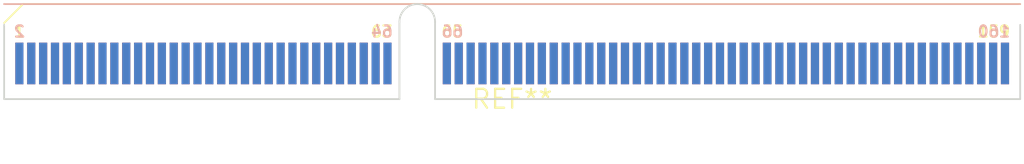
<source format=kicad_pcb>
(kicad_pcb (version 20240108) (generator pcbnew)
  (layers (0 "F.Cu" signal) (31 "B.Cu" signal) (34 "B.Paste" user) (35 "F.Paste" user) (36 "B.SilkS" user "B.Silkscreen") (37 "F.SilkS" user "F.Silkscreen") (38 "B.Mask" user) (39 "F.Mask" user) (44 "Edge.Cuts" user))
  (net 0 "")
  (footprint "Samtec_HSEC8-180-X-X-DV_2x80_P0.8mm_Edge" (layer "F.Cu") (at 0 0)
    (property "Reference" "REF**")
    (property "Value" "Samtec_HSEC8-180-X-X-DV_2x80_P0.8mm_Edge")
    (fp_line (start -34.225 -6.4) (end -34.225 -6.4) (layer "B.SilkS") (stroke (width 0.12)))
    (fp_line (start -34.225 -6.4) (end 34.225 -6.4) (layer "B.SilkS") (stroke (width 0.12)))
    (fp_line (start -34.225 -5.13) (end -32.955 -6.4) (layer "F.SilkS") (stroke (width 0.12)))
    (fp_line (start -32.955 -6.4) (end 34.225 -6.4) (layer "F.SilkS") (stroke (width 0.12)))
    (fp_line (start -34.225 -5) (end -34.225 0) (layer "Edge.Cuts") (stroke (width 0.12)))
    (fp_line (start -34.225 0) (end -7.595 0) (layer "Edge.Cuts") (stroke (width 0.12)))
    (fp_line (start -7.595 0) (end -7.595 -5.2) (layer "Edge.Cuts") (stroke (width 0.12)))
    (fp_line (start -5.195 -5.2) (end -5.195 0) (layer "Edge.Cuts") (stroke (width 0.12)))
    (fp_line (start -5.195 0) (end 34.225 0) (layer "Edge.Cuts") (stroke (width 0.12)))
    (fp_line (start 34.225 0) (end 34.225 -5) (layer "Edge.Cuts") (stroke (width 0.12)))
    (fp_arc (start -7.595 -5.2) (mid -6.395 -6.4) (end -5.195 -5.2) (layer "Edge.Cuts") (stroke (width 0.12)))
    (fp_text user "64" (at -8.775 -4.55 0) (layer "B.SilkS") (effects (font (size 0.75 0.75)) (justify mirror)))
    (fp_text user "160" (at 32.45 -4.55 0) (layer "B.SilkS") (effects (font (size 0.75 0.75)) (justify mirror)))
    (fp_text user "2" (at -33.2 -4.55 0) (layer "B.SilkS") (effects (font (size 0.75 0.75)) (justify mirror)))
    (fp_text user "66" (at -4.025 -4.55 0) (layer "B.SilkS") (effects (font (size 0.75 0.75)) (justify mirror)))
    (fp_text user "1" (at -33.2 -4.55 0) (layer "F.SilkS") (effects (font (size 0.75 0.75))))
    (fp_text user "65" (at -4.025 -4.55 0) (layer "F.SilkS") (effects (font (size 0.75 0.75))))
    (fp_text user "159" (at 32.45 -4.55 0) (layer "F.SilkS") (effects (font (size 0.75 0.75))))
    (fp_text user "63" (at -8.775 -4.55 0) (layer "F.SilkS") (effects (font (size 0.75 0.75))))
    (pad "1" connect rect (at -33.2 -2.4) (size 0.55 2.8) (layers "F.Cu" "F.Mask"))
    (pad "2" connect rect (at -33.2 -2.4) (size 0.55 2.8) (layers "B.Cu" "B.Mask"))
    (pad "3" connect rect (at -32.4 -2.4) (size 0.55 2.8) (layers "F.Cu" "F.Mask"))
    (pad "4" connect rect (at -32.4 -2.4) (size 0.55 2.8) (layers "B.Cu" "B.Mask"))
    (pad "5" connect rect (at -31.6 -2.4) (size 0.55 2.8) (layers "F.Cu" "F.Mask"))
    (pad "6" connect rect (at -31.6 -2.4) (size 0.55 2.8) (layers "B.Cu" "B.Mask"))
    (pad "7" connect rect (at -30.8 -2.4) (size 0.55 2.8) (layers "F.Cu" "F.Mask"))
    (pad "8" connect rect (at -30.8 -2.4) (size 0.55 2.8) (layers "B.Cu" "B.Mask"))
    (pad "9" connect rect (at -30 -2.4) (size 0.55 2.8) (layers "F.Cu" "F.Mask"))
    (pad "10" connect rect (at -30 -2.4) (size 0.55 2.8) (layers "B.Cu" "B.Mask"))
    (pad "11" connect rect (at -29.2 -2.4) (size 0.55 2.8) (layers "F.Cu" "F.Mask"))
    (pad "12" connect rect (at -29.2 -2.4) (size 0.55 2.8) (layers "B.Cu" "B.Mask"))
    (pad "13" connect rect (at -28.4 -2.4) (size 0.55 2.8) (layers "F.Cu" "F.Mask"))
    (pad "14" connect rect (at -28.4 -2.4) (size 0.55 2.8) (layers "B.Cu" "B.Mask"))
    (pad "15" connect rect (at -27.6 -2.4) (size 0.55 2.8) (layers "F.Cu" "F.Mask"))
    (pad "16" connect rect (at -27.6 -2.4) (size 0.55 2.8) (layers "B.Cu" "B.Mask"))
    (pad "17" connect rect (at -26.8 -2.4) (size 0.55 2.8) (layers "F.Cu" "F.Mask"))
    (pad "18" connect rect (at -26.8 -2.4) (size 0.55 2.8) (layers "B.Cu" "B.Mask"))
    (pad "19" connect rect (at -26 -2.4) (size 0.55 2.8) (layers "F.Cu" "F.Mask"))
    (pad "20" connect rect (at -26 -2.4) (size 0.55 2.8) (layers "B.Cu" "B.Mask"))
    (pad "21" connect rect (at -25.2 -2.4) (size 0.55 2.8) (layers "F.Cu" "F.Mask"))
    (pad "22" connect rect (at -25.2 -2.4) (size 0.55 2.8) (layers "B.Cu" "B.Mask"))
    (pad "23" connect rect (at -24.4 -2.4) (size 0.55 2.8) (layers "F.Cu" "F.Mask"))
    (pad "24" connect rect (at -24.4 -2.4) (size 0.55 2.8) (layers "B.Cu" "B.Mask"))
    (pad "25" connect rect (at -23.6 -2.4) (size 0.55 2.8) (layers "F.Cu" "F.Mask"))
    (pad "26" connect rect (at -23.6 -2.4) (size 0.55 2.8) (layers "B.Cu" "B.Mask"))
    (pad "27" connect rect (at -22.8 -2.4) (size 0.55 2.8) (layers "F.Cu" "F.Mask"))
    (pad "28" connect rect (at -22.8 -2.4) (size 0.55 2.8) (layers "B.Cu" "B.Mask"))
    (pad "29" connect rect (at -22 -2.4) (size 0.55 2.8) (layers "F.Cu" "F.Mask"))
    (pad "30" connect rect (at -22 -2.4) (size 0.55 2.8) (layers "B.Cu" "B.Mask"))
    (pad "31" connect rect (at -21.2 -2.4) (size 0.55 2.8) (layers "F.Cu" "F.Mask"))
    (pad "32" connect rect (at -21.2 -2.4) (size 0.55 2.8) (layers "B.Cu" "B.Mask"))
    (pad "33" connect rect (at -20.4 -2.4) (size 0.55 2.8) (layers "F.Cu" "F.Mask"))
    (pad "34" connect rect (at -20.4 -2.4) (size 0.55 2.8) (layers "B.Cu" "B.Mask"))
    (pad "35" connect rect (at -19.6 -2.4) (size 0.55 2.8) (layers "F.Cu" "F.Mask"))
    (pad "36" connect rect (at -19.6 -2.4) (size 0.55 2.8) (layers "B.Cu" "B.Mask"))
    (pad "37" connect rect (at -18.8 -2.4) (size 0.55 2.8) (layers "F.Cu" "F.Mask"))
    (pad "38" connect rect (at -18.8 -2.4) (size 0.55 2.8) (layers "B.Cu" "B.Mask"))
    (pad "39" connect rect (at -18 -2.4) (size 0.55 2.8) (layers "F.Cu" "F.Mask"))
    (pad "40" connect rect (at -18 -2.4) (size 0.55 2.8) (layers "B.Cu" "B.Mask"))
    (pad "41" connect rect (at -17.2 -2.4) (size 0.55 2.8) (layers "F.Cu" "F.Mask"))
    (pad "42" connect rect (at -17.2 -2.4) (size 0.55 2.8) (layers "B.Cu" "B.Mask"))
    (pad "43" connect rect (at -16.4 -2.4) (size 0.55 2.8) (layers "F.Cu" "F.Mask"))
    (pad "44" connect rect (at -16.4 -2.4) (size 0.55 2.8) (layers "B.Cu" "B.Mask"))
    (pad "45" connect rect (at -15.6 -2.4) (size 0.55 2.8) (layers "F.Cu" "F.Mask"))
    (pad "46" connect rect (at -15.6 -2.4) (size 0.55 2.8) (layers "B.Cu" "B.Mask"))
    (pad "47" connect rect (at -14.8 -2.4) (size 0.55 2.8) (layers "F.Cu" "F.Mask"))
    (pad "48" connect rect (at -14.8 -2.4) (size 0.55 2.8) (layers "B.Cu" "B.Mask"))
    (pad "49" connect rect (at -14 -2.4) (size 0.55 2.8) (layers "F.Cu" "F.Mask"))
    (pad "50" connect rect (at -14 -2.4) (size 0.55 2.8) (layers "B.Cu" "B.Mask"))
    (pad "51" connect rect (at -13.2 -2.4) (size 0.55 2.8) (layers "F.Cu" "F.Mask"))
    (pad "52" connect rect (at -13.2 -2.4) (size 0.55 2.8) (layers "B.Cu" "B.Mask"))
    (pad "53" connect rect (at -12.4 -2.4) (size 0.55 2.8) (layers "F.Cu" "F.Mask"))
    (pad "54" connect rect (at -12.4 -2.4) (size 0.55 2.8) (layers "B.Cu" "B.Mask"))
    (pad "55" connect rect (at -11.6 -2.4) (size 0.55 2.8) (layers "F.Cu" "F.Mask"))
    (pad "56" connect rect (at -11.6 -2.4) (size 0.55 2.8) (layers "B.Cu" "B.Mask"))
    (pad "57" connect rect (at -10.8 -2.4) (size 0.55 2.8) (layers "F.Cu" "F.Mask"))
    (pad "58" connect rect (at -10.8 -2.4) (size 0.55 2.8) (layers "B.Cu" "B.Mask"))
    (pad "59" connect rect (at -10 -2.4) (size 0.55 2.8) (layers "F.Cu" "F.Mask"))
    (pad "60" connect rect (at -10 -2.4) (size 0.55 2.8) (layers "B.Cu" "B.Mask"))
    (pad "61" connect rect (at -9.2 -2.4) (size 0.55 2.8) (layers "F.Cu" "F.Mask"))
    (pad "62" connect rect (at -9.2 -2.4) (size 0.55 2.8) (layers "B.Cu" "B.Mask"))
    (pad "63" connect rect (at -8.4 -2.4) (size 0.55 2.8) (layers "F.Cu" "F.Mask"))
    (pad "64" connect rect (at -8.4 -2.4) (size 0.55 2.8) (layers "B.Cu" "B.Mask"))
    (pad "65" connect rect (at -4.4 -2.4) (size 0.55 2.8) (layers "F.Cu" "F.Mask"))
    (pad "66" connect rect (at -4.4 -2.4) (size 0.55 2.8) (layers "B.Cu" "B.Mask"))
    (pad "67" connect rect (at -3.6 -2.4) (size 0.55 2.8) (layers "F.Cu" "F.Mask"))
    (pad "68" connect rect (at -3.6 -2.4) (size 0.55 2.8) (layers "B.Cu" "B.Mask"))
    (pad "69" connect rect (at -2.8 -2.4) (size 0.55 2.8) (layers "F.Cu" "F.Mask"))
    (pad "70" connect rect (at -2.8 -2.4) (size 0.55 2.8) (layers "B.Cu" "B.Mask"))
    (pad "71" connect rect (at -2 -2.4) (size 0.55 2.8) (layers "F.Cu" "F.Mask"))
    (pad "72" connect rect (at -2 -2.4) (size 0.55 2.8) (layers "B.Cu" "B.Mask"))
    (pad "73" connect rect (at -1.2 -2.4) (size 0.55 2.8) (layers "F.Cu" "F.Mask"))
    (pad "74" connect rect (at -1.2 -2.4) (size 0.55 2.8) (layers "B.Cu" "B.Mask"))
    (pad "75" connect rect (at -0.4 -2.4) (size 0.55 2.8) (layers "F.Cu" "F.Mask"))
    (pad "76" connect rect (at -0.4 -2.4) (size 0.55 2.8) (layers "B.Cu" "B.Mask"))
    (pad "77" connect rect (at 0.4 -2.4) (size 0.55 2.8) (layers "F.Cu" "F.Mask"))
    (pad "78" connect rect (at 0.4 -2.4) (size 0.55 2.8) (layers "B.Cu" "B.Mask"))
    (pad "79" connect rect (at 1.2 -2.4) (size 0.55 2.8) (layers "F.Cu" "F.Mask"))
    (pad "80" connect rect (at 1.2 -2.4) (size 0.55 2.8) (layers "B.Cu" "B.Mask"))
    (pad "81" connect rect (at 2 -2.4) (size 0.55 2.8) (layers "F.Cu" "F.Mask"))
    (pad "82" connect rect (at 2 -2.4) (size 0.55 2.8) (layers "B.Cu" "B.Mask"))
    (pad "83" connect rect (at 2.8 -2.4) (size 0.55 2.8) (layers "F.Cu" "F.Mask"))
    (pad "84" connect rect (at 2.8 -2.4) (size 0.55 2.8) (layers "B.Cu" "B.Mask"))
    (pad "85" connect rect (at 3.6 -2.4) (size 0.55 2.8) (layers "F.Cu" "F.Mask"))
    (pad "86" connect rect (at 3.6 -2.4) (size 0.55 2.8) (layers "B.Cu" "B.Mask"))
    (pad "87" connect rect (at 4.4 -2.4) (size 0.55 2.8) (layers "F.Cu" "F.Mask"))
    (pad "88" connect rect (at 4.4 -2.4) (size 0.55 2.8) (layers "B.Cu" "B.Mask"))
    (pad "89" connect rect (at 5.2 -2.4) (size 0.55 2.8) (layers "F.Cu" "F.Mask"))
    (pad "90" connect rect (at 5.2 -2.4) (size 0.55 2.8) (layers "B.Cu" "B.Mask"))
    (pad "91" connect rect (at 6 -2.4) (size 0.55 2.8) (layers "F.Cu" "F.Mask"))
    (pad "92" connect rect (at 6 -2.4) (size 0.55 2.8) (layers "B.Cu" "B.Mask"))
    (pad "93" connect rect (at 6.8 -2.4) (size 0.55 2.8) (layers "F.Cu" "F.Mask"))
    (pad "94" connect rect (at 6.8 -2.4) (size 0.55 2.8) (layers "B.Cu" "B.Mask"))
    (pad "95" connect rect (at 7.6 -2.4) (size 0.55 2.8) (layers "F.Cu" "F.Mask"))
    (pad "96" connect rect (at 7.6 -2.4) (size 0.55 2.8) (layers "B.Cu" "B.Mask"))
    (pad "97" connect rect (at 8.4 -2.4) (size 0.55 2.8) (layers "F.Cu" "F.Mask"))
    (pad "98" connect rect (at 8.4 -2.4) (size 0.55 2.8) (layers "B.Cu" "B.Mask"))
    (pad "99" connect rect (at 9.2 -2.4) (size 0.55 2.8) (layers "F.Cu" "F.Mask"))
    (pad "100" connect rect (at 9.2 -2.4) (size 0.55 2.8) (layers "B.Cu" "B.Mask"))
    (pad "101" connect rect (at 10 -2.4) (size 0.55 2.8) (layers "F.Cu" "F.Mask"))
    (pad "102" connect rect (at 10 -2.4) (size 0.55 2.8) (layers "B.Cu" "B.Mask"))
    (pad "103" connect rect (at 10.8 -2.4) (size 0.55 2.8) (layers "F.Cu" "F.Mask"))
    (pad "104" connect rect (at 10.8 -2.4) (size 0.55 2.8) (layers "B.Cu" "B.Mask"))
    (pad "105" connect rect (at 11.6 -2.4) (size 0.55 2.8) (layers "F.Cu" "F.Mask"))
    (pad "106" connect rect (at 11.6 -2.4) (size 0.55 2.8) (layers "B.Cu" "B.Mask"))
    (pad "107" connect rect (at 12.4 -2.4) (size 0.55 2.8) (layers "F.Cu" "F.Mask"))
    (pad "108" connect rect (at 12.4 -2.4) (size 0.55 2.8) (layers "B.Cu" "B.Mask"))
    (pad "109" connect rect (at 13.2 -2.4) (size 0.55 2.8) (layers "F.Cu" "F.Mask"))
    (pad "110" connect rect (at 13.2 -2.4) (size 0.55 2.8) (layers "B.Cu" "B.Mask"))
    (pad "111" connect rect (at 14 -2.4) (size 0.55 2.8) (layers "F.Cu" "F.Mask"))
    (pad "112" connect rect (at 14 -2.4) (size 0.55 2.8) (layers "B.Cu" "B.Mask"))
    (pad "113" connect rect (at 14.8 -2.4) (size 0.55 2.8) (layers "F.Cu" "F.Mask"))
    (pad "114" connect rect (at 14.8 -2.4) (size 0.55 2.8) (layers "B.Cu" "B.Mask"))
    (pad "115" connect rect (at 15.6 -2.4) (size 0.55 2.8) (layers "F.Cu" "F.Mask"))
    (pad "116" connect rect (at 15.6 -2.4) (size 0.55 2.8) (layers "B.Cu" "B.Mask"))
    (pad "117" connect rect (at 16.4 -2.4) (size 0.55 2.8) (layers "F.Cu" "F.Mask"))
    (pad "118" connect rect (at 16.4 -2.4) (size 0.55 2.8) (layers "B.Cu" "B.Mask"))
    (pad "119" connect rect (at 17.2 -2.4) (size 0.55 2.8) (layers "F.Cu" "F.Mask"))
    (pad "120" connect rect (at 17.2 -2.4) (size 0.55 2.8) (layers "B.Cu" "B.Mask"))
    (pad "121" connect rect (at 18 -2.4) (size 0.55 2.8) (layers "F.Cu" "F.Mask"))
    (pad "122" connect rect (at 18 -2.4) (size 0.55 2.8) (layers "B.Cu" "B.Mask"))
    (pad "123" connect rect (at 18.8 -2.4) (size 0.55 2.8) (layers "F.Cu" "F.Mask"))
    (pad "124" connect rect (at 18.8 -2.4) (size 0.55 2.8) (layers "B.Cu" "B.Mask"))
    (pad "125" connect rect (at 19.6 -2.4) (size 0.55 2.8) (layers "F.Cu" "F.Mask"))
    (pad "126" connect rect (at 19.6 -2.4) (size 0.55 2.8) (layers "B.Cu" "B.Mask"))
    (pad "127" connect rect (at 20.4 -2.4) (size 0.55 2.8) (layers "F.Cu" "F.Mask"))
    (pad "128" connect rect (at 20.4 -2.4) (size 0.55 2.8) (layers "B.Cu" "B.Mask"))
    (pad "129" connect rect (at 21.2 -2.4) (size 0.55 2.8) (layers "F.Cu" "F.Mask"))
    (pad "130" connect rect (at 21.2 -2.4) (size 0.55 2.8) (layers "B.Cu" "B.Mask"))
    (pad "131" connect rect (at 22 -2.4) (size 0.55 2.8) (layers "F.Cu" "F.Mask"))
    (pad "132" connect rect (at 22 -2.4) (size 0.55 2.8) (layers "B.Cu" "B.Mask"))
    (pad "133" connect rect (at 22.8 -2.4) (size 0.55 2.8) (layers "F.Cu" "F.Mask"))
    (pad "134" connect rect (at 22.8 -2.4) (size 0.55 2.8) (layers "B.Cu" "B.Mask"))
    (pad "135" connect rect (at 23.6 -2.4) (size 0.55 2.8) (layers "F.Cu" "F.Mask"))
    (pad "136" connect rect (at 23.6 -2.4) (size 0.55 2.8) (layers "B.Cu" "B.Mask"))
    (pad "137" connect rect (at 24.4 -2.4) (size 0.55 2.8) (layers "F.Cu" "F.Mask"))
    (pad "138" connect rect (at 24.4 -2.4) (size 0.55 2.8) (layers "B.Cu" "B.Mask"))
    (pad "139" connect rect (at 25.2 -2.4) (size 0.55 2.8) (layers "F.Cu" "F.Mask"))
    (pad "140" connect rect (at 25.2 -2.4) (size 0.55 2.8) (layers "B.Cu" "B.Mask"))
    (pad "141" connect rect (at 26 -2.4) (size 0.55 2.8) (layers "F.Cu" "F.Mask"))
    (pad "142" connect rect (at 26 -2.4) (size 0.55 2.8) (layers "B.Cu" "B.Mask"))
    (pad "143" connect rect (at 26.8 -2.4) (size 0.55 2.8) (layers "F.Cu" "F.Mask"))
    (pad "144" connect rect (at 26.8 -2.4) (size 0.55 2.8) (layers "B.Cu" "B.Mask"))
    (pad "145" connect rect (at 27.6 -2.4) (size 0.55 2.8) (layers "F.Cu" "F.Mask"))
    (pad "146" connect rect (at 27.6 -2.4) (size 0.55 2.8) (layers "B.Cu" "B.Mask"))
    (pad "147" connect rect (at 28.4 -2.4) (size 0.55 2.8) (layers "F.Cu" "F.Mask"))
    (pad "148" connect rect (at 28.4 -2.4) (size 0.55 2.8) (layers "B.Cu" "B.Mask"))
    (pad "149" connect rect (at 29.2 -2.4) (size 0.55 2.8) (layers "F.Cu" "F.Mask"))
    (pad "150" connect rect (at 29.2 -2.4) (size 0.55 2.8) (layers "B.Cu" "B.Mask"))
    (pad "151" connect rect (at 30 -2.4) (size 0.55 2.8) (layers "F.Cu" "F.Mask"))
    (pad "152" connect rect (at 30 -2.4) (size 0.55 2.8) (layers "B.Cu" "B.Mask"))
    (pad "153" connect rect (at 30.8 -2.4) (size 0.55 2.8) (layers "F.Cu" "F.Mask"))
    (pad "154" connect rect (at 30.8 -2.4) (size 0.55 2.8) (layers "B.Cu" "B.Mask"))
    (pad "155" connect rect (at 31.6 -2.4) (size 0.55 2.8) (layers "F.Cu" "F.Mask"))
    (pad "156" connect rect (at 31.6 -2.4) (size 0.55 2.8) (layers "B.Cu" "B.Mask"))
    (pad "157" connect rect (at 32.4 -2.4) (size 0.55 2.8) (layers "F.Cu" "F.Mask"))
    (pad "158" connect rect (at 32.4 -2.4) (size 0.55 2.8) (layers "B.Cu" "B.Mask"))
    (pad "159" connect rect (at 33.2 -2.4) (size 0.55 2.8) (layers "F.Cu" "F.Mask"))
    (pad "160" connect rect (at 33.2 -2.4) (size 0.55 2.8) (layers "B.Cu" "B.Mask"))
  )
)
</source>
